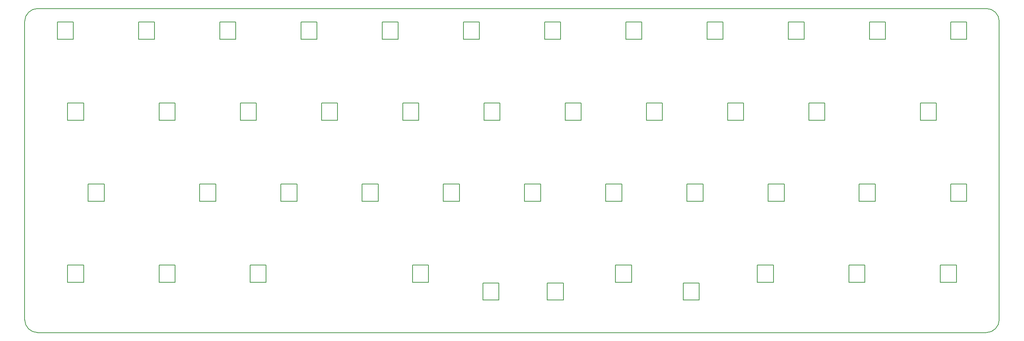
<source format=gbr>
G04 #@! TF.GenerationSoftware,KiCad,Pcbnew,(5.0.2)-1*
G04 #@! TF.CreationDate,2019-04-19T09:09:23-07:00*
G04 #@! TF.ProjectId,AngularRGB,416e6775-6c61-4725-9247-422e6b696361,v1.0*
G04 #@! TF.SameCoordinates,Original*
G04 #@! TF.FileFunction,Profile,NP*
%FSLAX46Y46*%
G04 Gerber Fmt 4.6, Leading zero omitted, Abs format (unit mm)*
G04 Created by KiCad (PCBNEW (5.0.2)-1) date 2019-04-19 9:09:23 AM*
%MOMM*%
%LPD*%
G01*
G04 APERTURE LIST*
%ADD10C,0.150000*%
G04 #@! TA.AperFunction,NonConductor*
%ADD11C,0.150000*%
G04 #@! TD*
G04 APERTURE END LIST*
D10*
X38074600Y-130225800D02*
G75*
G02X35026600Y-127177800I0J3048000D01*
G01*
X263626600Y-127177800D02*
G75*
G02X260578600Y-130225800I-3048000J0D01*
G01*
X260578600Y-54025800D02*
G75*
G02X263626600Y-57073800I0J-3048000D01*
G01*
X35026600Y-57073800D02*
G75*
G02X38074600Y-54025800I3048000J0D01*
G01*
X35026600Y-127177800D02*
X35026600Y-57073800D01*
X260578600Y-130225800D02*
X38074600Y-130225800D01*
X263626600Y-57073800D02*
X263626600Y-127177800D01*
X38074600Y-54025800D02*
X260578600Y-54025800D01*
D11*
G04 #@! TO.C,LED1*
X46426600Y-61232800D02*
X42676600Y-61232800D01*
X42676600Y-61232800D02*
X42676600Y-57232800D01*
X42676600Y-57232800D02*
X46426600Y-57232800D01*
X46426600Y-57232800D02*
X46426600Y-61232800D01*
G04 #@! TO.C,LED5*
X65476600Y-61232800D02*
X61726600Y-61232800D01*
X61726600Y-61232800D02*
X61726600Y-57232800D01*
X61726600Y-57232800D02*
X65476600Y-57232800D01*
X65476600Y-57232800D02*
X65476600Y-61232800D01*
G04 #@! TO.C,LED8*
X84526600Y-57232800D02*
X84526600Y-61232800D01*
X80776600Y-57232800D02*
X84526600Y-57232800D01*
X80776600Y-61232800D02*
X80776600Y-57232800D01*
X84526600Y-61232800D02*
X80776600Y-61232800D01*
G04 #@! TO.C,LED12*
X103576600Y-61232800D02*
X99826600Y-61232800D01*
X99826600Y-61232800D02*
X99826600Y-57232800D01*
X99826600Y-57232800D02*
X103576600Y-57232800D01*
X103576600Y-57232800D02*
X103576600Y-61232800D01*
G04 #@! TO.C,LED16*
X122626600Y-57232800D02*
X122626600Y-61232800D01*
X118876600Y-57232800D02*
X122626600Y-57232800D01*
X118876600Y-61232800D02*
X118876600Y-57232800D01*
X122626600Y-61232800D02*
X118876600Y-61232800D01*
G04 #@! TO.C,LED20*
X141676600Y-61232800D02*
X137926600Y-61232800D01*
X137926600Y-61232800D02*
X137926600Y-57232800D01*
X137926600Y-57232800D02*
X141676600Y-57232800D01*
X141676600Y-57232800D02*
X141676600Y-61232800D01*
G04 #@! TO.C,LED24*
X160726600Y-57232800D02*
X160726600Y-61232800D01*
X156976600Y-57232800D02*
X160726600Y-57232800D01*
X156976600Y-61232800D02*
X156976600Y-57232800D01*
X160726600Y-61232800D02*
X156976600Y-61232800D01*
G04 #@! TO.C,LED28*
X179776600Y-61232800D02*
X176026600Y-61232800D01*
X176026600Y-61232800D02*
X176026600Y-57232800D01*
X176026600Y-57232800D02*
X179776600Y-57232800D01*
X179776600Y-57232800D02*
X179776600Y-61232800D01*
G04 #@! TO.C,LED32*
X198826600Y-57232800D02*
X198826600Y-61232800D01*
X195076600Y-57232800D02*
X198826600Y-57232800D01*
X195076600Y-61232800D02*
X195076600Y-57232800D01*
X198826600Y-61232800D02*
X195076600Y-61232800D01*
G04 #@! TO.C,LED36*
X217876600Y-61232800D02*
X214126600Y-61232800D01*
X214126600Y-61232800D02*
X214126600Y-57232800D01*
X214126600Y-57232800D02*
X217876600Y-57232800D01*
X217876600Y-57232800D02*
X217876600Y-61232800D01*
G04 #@! TO.C,LED40*
X236926600Y-57232800D02*
X236926600Y-61232800D01*
X233176600Y-57232800D02*
X236926600Y-57232800D01*
X233176600Y-61232800D02*
X233176600Y-57232800D01*
X236926600Y-61232800D02*
X233176600Y-61232800D01*
G04 #@! TO.C,LED43*
X255976600Y-61232800D02*
X252226600Y-61232800D01*
X252226600Y-61232800D02*
X252226600Y-57232800D01*
X252226600Y-57232800D02*
X255976600Y-57232800D01*
X255976600Y-57232800D02*
X255976600Y-61232800D01*
G04 #@! TO.C,LED2*
X48839600Y-80282800D02*
X45089600Y-80282800D01*
X45089600Y-80282800D02*
X45089600Y-76282800D01*
X45089600Y-76282800D02*
X48839600Y-76282800D01*
X48839600Y-76282800D02*
X48839600Y-80282800D01*
G04 #@! TO.C,LED6*
X70302600Y-76282800D02*
X70302600Y-80282800D01*
X66552600Y-76282800D02*
X70302600Y-76282800D01*
X66552600Y-80282800D02*
X66552600Y-76282800D01*
X70302600Y-80282800D02*
X66552600Y-80282800D01*
G04 #@! TO.C,LED9*
X89352600Y-80282800D02*
X85602600Y-80282800D01*
X85602600Y-80282800D02*
X85602600Y-76282800D01*
X85602600Y-76282800D02*
X89352600Y-76282800D01*
X89352600Y-76282800D02*
X89352600Y-80282800D01*
G04 #@! TO.C,LED13*
X108402600Y-76282800D02*
X108402600Y-80282800D01*
X104652600Y-76282800D02*
X108402600Y-76282800D01*
X104652600Y-80282800D02*
X104652600Y-76282800D01*
X108402600Y-80282800D02*
X104652600Y-80282800D01*
G04 #@! TO.C,LED17*
X127452600Y-80282800D02*
X123702600Y-80282800D01*
X123702600Y-80282800D02*
X123702600Y-76282800D01*
X123702600Y-76282800D02*
X127452600Y-76282800D01*
X127452600Y-76282800D02*
X127452600Y-80282800D01*
G04 #@! TO.C,LED21*
X146502600Y-76282800D02*
X146502600Y-80282800D01*
X142752600Y-76282800D02*
X146502600Y-76282800D01*
X142752600Y-80282800D02*
X142752600Y-76282800D01*
X146502600Y-80282800D02*
X142752600Y-80282800D01*
G04 #@! TO.C,LED25*
X165552600Y-80282800D02*
X161802600Y-80282800D01*
X161802600Y-80282800D02*
X161802600Y-76282800D01*
X161802600Y-76282800D02*
X165552600Y-76282800D01*
X165552600Y-76282800D02*
X165552600Y-80282800D01*
G04 #@! TO.C,LED29*
X184602600Y-76282800D02*
X184602600Y-80282800D01*
X180852600Y-76282800D02*
X184602600Y-76282800D01*
X180852600Y-80282800D02*
X180852600Y-76282800D01*
X184602600Y-80282800D02*
X180852600Y-80282800D01*
G04 #@! TO.C,LED33*
X203652600Y-80282800D02*
X199902600Y-80282800D01*
X199902600Y-80282800D02*
X199902600Y-76282800D01*
X199902600Y-76282800D02*
X203652600Y-76282800D01*
X203652600Y-76282800D02*
X203652600Y-80282800D01*
G04 #@! TO.C,LED37*
X222702600Y-76282800D02*
X222702600Y-80282800D01*
X218952600Y-76282800D02*
X222702600Y-76282800D01*
X218952600Y-80282800D02*
X218952600Y-76282800D01*
X222702600Y-80282800D02*
X218952600Y-80282800D01*
G04 #@! TO.C,LED44*
X248864600Y-80282800D02*
X245114600Y-80282800D01*
X245114600Y-80282800D02*
X245114600Y-76282800D01*
X245114600Y-76282800D02*
X248864600Y-76282800D01*
X248864600Y-76282800D02*
X248864600Y-80282800D01*
G04 #@! TO.C,LED3*
X53665600Y-95332800D02*
X53665600Y-99332800D01*
X49915600Y-95332800D02*
X53665600Y-95332800D01*
X49915600Y-99332800D02*
X49915600Y-95332800D01*
X53665600Y-99332800D02*
X49915600Y-99332800D01*
G04 #@! TO.C,LED10*
X79827600Y-95332800D02*
X79827600Y-99332800D01*
X76077600Y-95332800D02*
X79827600Y-95332800D01*
X76077600Y-99332800D02*
X76077600Y-95332800D01*
X79827600Y-99332800D02*
X76077600Y-99332800D01*
G04 #@! TO.C,LED14*
X98877600Y-99332800D02*
X95127600Y-99332800D01*
X95127600Y-99332800D02*
X95127600Y-95332800D01*
X95127600Y-95332800D02*
X98877600Y-95332800D01*
X98877600Y-95332800D02*
X98877600Y-99332800D01*
G04 #@! TO.C,LED18*
X117927600Y-95332800D02*
X117927600Y-99332800D01*
X114177600Y-95332800D02*
X117927600Y-95332800D01*
X114177600Y-99332800D02*
X114177600Y-95332800D01*
X117927600Y-99332800D02*
X114177600Y-99332800D01*
G04 #@! TO.C,LED22*
X136977600Y-99332800D02*
X133227600Y-99332800D01*
X133227600Y-99332800D02*
X133227600Y-95332800D01*
X133227600Y-95332800D02*
X136977600Y-95332800D01*
X136977600Y-95332800D02*
X136977600Y-99332800D01*
G04 #@! TO.C,LED26*
X156027600Y-95332800D02*
X156027600Y-99332800D01*
X152277600Y-95332800D02*
X156027600Y-95332800D01*
X152277600Y-99332800D02*
X152277600Y-95332800D01*
X156027600Y-99332800D02*
X152277600Y-99332800D01*
G04 #@! TO.C,LED30*
X175077600Y-99332800D02*
X171327600Y-99332800D01*
X171327600Y-99332800D02*
X171327600Y-95332800D01*
X171327600Y-95332800D02*
X175077600Y-95332800D01*
X175077600Y-95332800D02*
X175077600Y-99332800D01*
G04 #@! TO.C,LED34*
X194127600Y-95332800D02*
X194127600Y-99332800D01*
X190377600Y-95332800D02*
X194127600Y-95332800D01*
X190377600Y-99332800D02*
X190377600Y-95332800D01*
X194127600Y-99332800D02*
X190377600Y-99332800D01*
G04 #@! TO.C,LED38*
X213177600Y-99332800D02*
X209427600Y-99332800D01*
X209427600Y-99332800D02*
X209427600Y-95332800D01*
X209427600Y-95332800D02*
X213177600Y-95332800D01*
X213177600Y-95332800D02*
X213177600Y-99332800D01*
G04 #@! TO.C,LED41*
X234513600Y-99332800D02*
X230763600Y-99332800D01*
X230763600Y-99332800D02*
X230763600Y-95332800D01*
X230763600Y-95332800D02*
X234513600Y-95332800D01*
X234513600Y-95332800D02*
X234513600Y-99332800D01*
G04 #@! TO.C,LED45*
X255976600Y-99332800D02*
X252226600Y-99332800D01*
X252226600Y-99332800D02*
X252226600Y-95332800D01*
X252226600Y-95332800D02*
X255976600Y-95332800D01*
X255976600Y-95332800D02*
X255976600Y-99332800D01*
G04 #@! TO.C,LED4*
X48839600Y-114382800D02*
X48839600Y-118382800D01*
X45089600Y-114382800D02*
X48839600Y-114382800D01*
X45089600Y-118382800D02*
X45089600Y-114382800D01*
X48839600Y-118382800D02*
X45089600Y-118382800D01*
G04 #@! TO.C,LED7*
X70302600Y-118382800D02*
X66552600Y-118382800D01*
X66552600Y-118382800D02*
X66552600Y-114382800D01*
X66552600Y-114382800D02*
X70302600Y-114382800D01*
X70302600Y-114382800D02*
X70302600Y-118382800D01*
G04 #@! TO.C,LED11*
X91638600Y-114382800D02*
X91638600Y-118382800D01*
X87888600Y-114382800D02*
X91638600Y-114382800D01*
X87888600Y-118382800D02*
X87888600Y-114382800D01*
X91638600Y-118382800D02*
X87888600Y-118382800D01*
G04 #@! TO.C,LED19*
X129738600Y-118382800D02*
X125988600Y-118382800D01*
X125988600Y-118382800D02*
X125988600Y-114382800D01*
X125988600Y-114382800D02*
X129738600Y-114382800D01*
X129738600Y-114382800D02*
X129738600Y-118382800D01*
G04 #@! TO.C,LED23*
X146248600Y-118573800D02*
X146248600Y-122573800D01*
X142498600Y-118573800D02*
X146248600Y-118573800D01*
X142498600Y-122573800D02*
X142498600Y-118573800D01*
X146248600Y-122573800D02*
X142498600Y-122573800D01*
G04 #@! TO.C,LED27*
X161361600Y-122573800D02*
X157611600Y-122573800D01*
X157611600Y-122573800D02*
X157611600Y-118573800D01*
X157611600Y-118573800D02*
X161361600Y-118573800D01*
X161361600Y-118573800D02*
X161361600Y-122573800D01*
G04 #@! TO.C,LED31*
X177363600Y-118382800D02*
X173613600Y-118382800D01*
X173613600Y-118382800D02*
X173613600Y-114382800D01*
X173613600Y-114382800D02*
X177363600Y-114382800D01*
X177363600Y-114382800D02*
X177363600Y-118382800D01*
G04 #@! TO.C,LED35*
X193238600Y-122573800D02*
X189488600Y-122573800D01*
X189488600Y-122573800D02*
X189488600Y-118573800D01*
X189488600Y-118573800D02*
X193238600Y-118573800D01*
X193238600Y-118573800D02*
X193238600Y-122573800D01*
G04 #@! TO.C,LED39*
X210637600Y-118382800D02*
X206887600Y-118382800D01*
X206887600Y-118382800D02*
X206887600Y-114382800D01*
X206887600Y-114382800D02*
X210637600Y-114382800D01*
X210637600Y-114382800D02*
X210637600Y-118382800D01*
G04 #@! TO.C,LED42*
X232100600Y-114382800D02*
X232100600Y-118382800D01*
X228350600Y-114382800D02*
X232100600Y-114382800D01*
X228350600Y-118382800D02*
X228350600Y-114382800D01*
X232100600Y-118382800D02*
X228350600Y-118382800D01*
G04 #@! TO.C,LED46*
X253563600Y-114382800D02*
X253563600Y-118382800D01*
X249813600Y-114382800D02*
X253563600Y-114382800D01*
X249813600Y-118382800D02*
X249813600Y-114382800D01*
X253563600Y-118382800D02*
X249813600Y-118382800D01*
G04 #@! TD*
M02*

</source>
